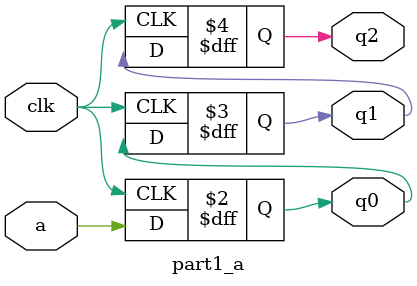
<source format=v>
`timescale 1ns / 1ps

module part1_a(a,clk,q0,q1,q2
    );
	 input a,clk;
	 output reg q0,q1,q2;
	 always @(posedge clk)
	 begin
		q0 <= a;
		q1 <= q0;
		q2 <= q1;
	 end
endmodule

</source>
